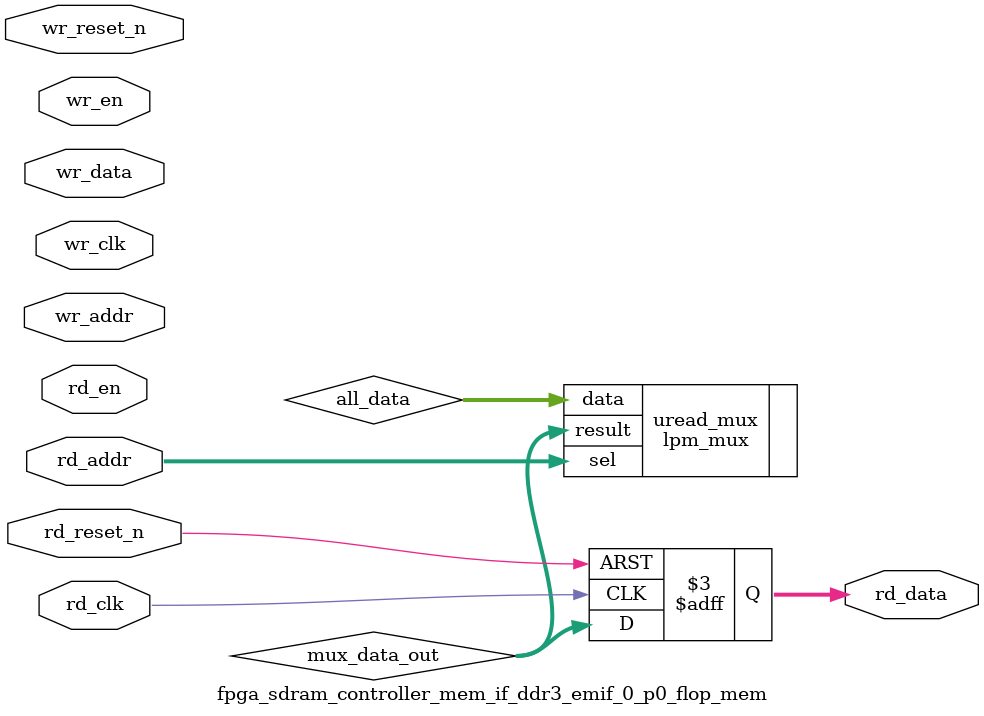
<source format=v>



`timescale 1 ps / 1 ps

(* altera_attribute = "-name ALLOW_SYNCH_CTRL_USAGE ON;-name AUTO_CLOCK_ENABLE_RECOGNITION ON" *)
module fpga_sdram_controller_mem_if_ddr3_emif_0_p0_flop_mem(
	wr_reset_n,
	wr_clk,
	wr_en,
	wr_addr,
	wr_data,
	rd_reset_n,
	rd_clk,
	rd_en,
	rd_addr,
	rd_data
);

parameter WRITE_MEM_DEPTH	= "";
parameter WRITE_ADDR_WIDTH	= "";
parameter WRITE_DATA_WIDTH	= "";
parameter READ_MEM_DEPTH	= "";
parameter READ_ADDR_WIDTH	= "";		 
parameter READ_DATA_WIDTH	= "";


input	wr_reset_n;
input	wr_clk;
input	wr_en;
input	[WRITE_ADDR_WIDTH-1:0] wr_addr;
input	[WRITE_DATA_WIDTH-1:0] wr_data;
input	rd_reset_n;
input	rd_clk;
input	rd_en;
input	[READ_ADDR_WIDTH-1:0] rd_addr;
output	[READ_DATA_WIDTH-1:0] rd_data;



wire	[WRITE_DATA_WIDTH*WRITE_MEM_DEPTH-1:0] all_data;
wire	[READ_DATA_WIDTH-1:0] mux_data_out;



// declare a memory with WRITE_MEM_DEPTH entries
// each entry contains a data size of WRITE_DATA_WIDTH
reg	[WRITE_DATA_WIDTH-1:0] data_stored [0:WRITE_MEM_DEPTH-1] /* synthesis syn_preserve = 1 */;
reg	[READ_DATA_WIDTH-1:0] rd_data;

generate
genvar entry;
	for (entry=0; entry < WRITE_MEM_DEPTH; entry=entry+1)
	begin: mem_location
		assign all_data[(WRITE_DATA_WIDTH*(entry+1)-1) : (WRITE_DATA_WIDTH*entry)] = data_stored[entry]; 
		
		always @(posedge wr_clk or negedge wr_reset_n)
		begin
			if (~wr_reset_n) begin
				data_stored[entry] <= {WRITE_DATA_WIDTH{1'b0}};
			end else begin
				if (wr_en) begin
					if (entry == wr_addr) begin
						data_stored[entry] <= wr_data;
					end
				end
			end
		end		
	end
endgenerate

// mux to select the correct output data based on read address
lpm_mux	uread_mux(
	.sel (rd_addr),
	.data (all_data),
	.result (mux_data_out)
	// synopsys translate_off
	,
	.aclr (),
	.clken (),
	.clock ()
	// synopsys translate_on
	);
 defparam uread_mux.lpm_size = READ_MEM_DEPTH;
 defparam uread_mux.lpm_type = "LPM_MUX";
 defparam uread_mux.lpm_width = READ_DATA_WIDTH;
 defparam uread_mux.lpm_widths = READ_ADDR_WIDTH;

always @(posedge rd_clk or negedge rd_reset_n)	
begin
	if (~rd_reset_n) begin
		rd_data <= {READ_DATA_WIDTH{1'b0}};
	end else begin
		rd_data <= mux_data_out;
	end
end

endmodule

</source>
